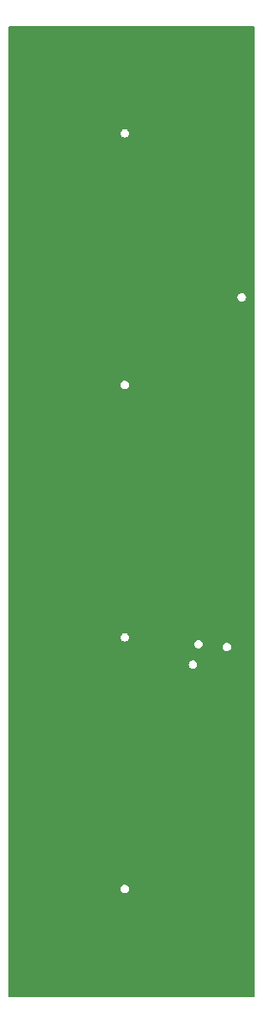
<source format=gbr>
%TF.GenerationSoftware,KiCad,Pcbnew,(6.0.4)*%
%TF.CreationDate,2023-05-27T01:07:02+09:00*%
%TF.ProjectId,Antenna,416e7465-6e6e-4612-9e6b-696361645f70,rev?*%
%TF.SameCoordinates,Original*%
%TF.FileFunction,Copper,L2,Inr*%
%TF.FilePolarity,Positive*%
%FSLAX46Y46*%
G04 Gerber Fmt 4.6, Leading zero omitted, Abs format (unit mm)*
G04 Created by KiCad (PCBNEW (6.0.4)) date 2023-05-27 01:07:02*
%MOMM*%
%LPD*%
G01*
G04 APERTURE LIST*
%TA.AperFunction,ComponentPad*%
%ADD10C,2.600000*%
%TD*%
%TA.AperFunction,ViaPad*%
%ADD11C,0.450000*%
%TD*%
G04 APERTURE END LIST*
D10*
%TO.N,GND*%
%TO.C,H2*%
X134075000Y-65786000D03*
%TD*%
%TO.N,GND*%
%TO.C,H1*%
X134075000Y-116128800D03*
%TD*%
D11*
%TO.N,GND*%
X132613400Y-90652600D03*
X129600000Y-100200000D03*
X133680200Y-94488001D03*
X131851400Y-78003400D03*
X133476999Y-97053400D03*
X130911600Y-109423200D03*
X130911600Y-108610399D03*
X132918200Y-100939599D03*
X130657600Y-100025201D03*
X130911600Y-107797600D03*
X134620000Y-98831400D03*
X130403601Y-104521000D03*
X132257800Y-112649000D03*
X130657600Y-96774001D03*
X130352800Y-93294200D03*
X133248400Y-110439199D03*
X133248400Y-111251999D03*
X132918200Y-101752400D03*
X130708400Y-91059000D03*
X129600000Y-102650000D03*
X133248400Y-107188000D03*
X131597400Y-95300800D03*
X129589347Y-92885112D03*
X132029200Y-104521000D03*
X134188200Y-102997000D03*
X130657600Y-99212400D03*
X133477000Y-97866200D03*
X130657600Y-95961200D03*
X132064064Y-92313064D03*
X133248400Y-112064800D03*
X130657600Y-98399602D03*
X129600000Y-98025000D03*
X131850000Y-72925000D03*
X134035800Y-95300800D03*
X132918200Y-100126800D03*
X131851400Y-76978400D03*
X133248400Y-109626398D03*
X134289801Y-97866200D03*
X133654800Y-104521000D03*
X132689600Y-98526601D03*
X134950200Y-84226400D03*
X132842000Y-104521000D03*
X130835400Y-94005400D03*
X132562600Y-92964001D03*
X132410200Y-95300800D03*
X130911600Y-110235998D03*
X129600000Y-104300000D03*
X130657600Y-97586801D03*
X134289800Y-97053400D03*
X133248400Y-108000799D03*
X130911600Y-111048799D03*
X130657600Y-100838000D03*
X135102598Y-97053400D03*
X132918200Y-102565198D03*
X129600000Y-95325000D03*
X133222999Y-95300800D03*
X132664200Y-96901000D03*
X129590800Y-91059000D03*
X133248400Y-108813600D03*
X132003800Y-82727800D03*
X132562600Y-93776800D03*
X130835400Y-94843600D03*
X132689600Y-99339400D03*
X131850000Y-71900000D03*
X135102600Y-97866200D03*
X130911600Y-111861599D03*
X131216401Y-104521000D03*
X132689600Y-103378000D03*
X132689600Y-97713800D03*
X131489327Y-91738327D03*
X131445002Y-112649000D03*
%TD*%
%TA.AperFunction,Conductor*%
%TO.N,GND*%
G36*
X136268300Y-118033800D02*
G01*
X133019800Y-118033800D01*
X129362200Y-112776000D01*
X129362200Y-107416600D01*
X129770209Y-107416600D01*
X129791244Y-107549413D01*
X129852292Y-107669225D01*
X129947375Y-107764308D01*
X130067187Y-107825356D01*
X130200000Y-107846391D01*
X130332813Y-107825356D01*
X130452625Y-107764308D01*
X130547708Y-107669225D01*
X130608756Y-107549413D01*
X130629791Y-107416600D01*
X130608756Y-107283787D01*
X130547708Y-107163975D01*
X130452625Y-107068892D01*
X130332813Y-107007844D01*
X130200000Y-106986809D01*
X130067187Y-107007844D01*
X129947375Y-107068892D01*
X129852292Y-107163975D01*
X129791244Y-107283787D01*
X129770209Y-107416600D01*
X129362200Y-107416600D01*
X129362200Y-105333800D01*
X130329409Y-105333800D01*
X130350444Y-105466613D01*
X130411492Y-105586425D01*
X130506575Y-105681508D01*
X130626387Y-105742556D01*
X130759200Y-105763591D01*
X130892013Y-105742556D01*
X131011825Y-105681508D01*
X131054733Y-105638600D01*
X133199609Y-105638600D01*
X133220644Y-105771413D01*
X133281692Y-105891225D01*
X133376775Y-105986308D01*
X133496587Y-106047356D01*
X133629400Y-106068391D01*
X133762213Y-106047356D01*
X133882025Y-105986308D01*
X133977108Y-105891225D01*
X134038156Y-105771413D01*
X134059191Y-105638600D01*
X134038156Y-105505787D01*
X133977108Y-105385975D01*
X133882025Y-105290892D01*
X133762213Y-105229844D01*
X133629400Y-105208809D01*
X133496587Y-105229844D01*
X133376775Y-105290892D01*
X133281692Y-105385975D01*
X133220644Y-105505787D01*
X133199609Y-105638600D01*
X131054733Y-105638600D01*
X131106908Y-105586425D01*
X131167956Y-105466613D01*
X131188991Y-105333800D01*
X131167956Y-105200987D01*
X131106908Y-105081175D01*
X131011825Y-104986092D01*
X130892013Y-104925044D01*
X130759200Y-104904009D01*
X130626387Y-104925044D01*
X130506575Y-104986092D01*
X130411492Y-105081175D01*
X130350444Y-105200987D01*
X130329409Y-105333800D01*
X129362200Y-105333800D01*
X129362200Y-90576400D01*
X129946400Y-83718400D01*
X129946400Y-71907462D01*
X130472101Y-70383400D01*
X134698209Y-70383400D01*
X134719244Y-70516213D01*
X134780292Y-70636025D01*
X134875375Y-70731108D01*
X134995187Y-70792156D01*
X135128000Y-70813191D01*
X135260813Y-70792156D01*
X135380625Y-70731108D01*
X135475708Y-70636025D01*
X135536756Y-70516213D01*
X135557791Y-70383400D01*
X135536756Y-70250587D01*
X135475708Y-70130775D01*
X135380625Y-70035692D01*
X135260813Y-69974644D01*
X135128000Y-69953609D01*
X134995187Y-69974644D01*
X134875375Y-70035692D01*
X134780292Y-70130775D01*
X134719244Y-70250587D01*
X134698209Y-70383400D01*
X130472101Y-70383400D01*
X132715000Y-63881000D01*
X136268300Y-63881000D01*
X136268300Y-118033800D01*
G37*
%TD.AperFunction*%
%TD*%
%TA.AperFunction,Conductor*%
%TO.N,GND*%
G36*
X136389921Y-43074002D02*
G01*
X136436414Y-43127658D01*
X136447800Y-43180000D01*
X136447800Y-140817600D01*
X136427798Y-140885721D01*
X136374142Y-140932214D01*
X136321800Y-140943600D01*
X111683800Y-140943600D01*
X111615679Y-140923598D01*
X111569186Y-140869942D01*
X111557800Y-140817600D01*
X111557800Y-130000000D01*
X122870209Y-130000000D01*
X122891244Y-130132813D01*
X122952292Y-130252625D01*
X123047375Y-130347708D01*
X123056207Y-130352208D01*
X123056208Y-130352209D01*
X123107281Y-130378232D01*
X123167187Y-130408756D01*
X123300000Y-130429791D01*
X123432813Y-130408756D01*
X123492719Y-130378232D01*
X123543792Y-130352209D01*
X123543793Y-130352208D01*
X123552625Y-130347708D01*
X123647708Y-130252625D01*
X123708756Y-130132813D01*
X123729791Y-130000000D01*
X123708756Y-129867187D01*
X123647708Y-129747375D01*
X123552625Y-129652292D01*
X123543793Y-129647792D01*
X123543792Y-129647791D01*
X123492719Y-129621768D01*
X123432813Y-129591244D01*
X123300000Y-129570209D01*
X123167187Y-129591244D01*
X123107281Y-129621768D01*
X123056208Y-129647791D01*
X123056207Y-129647792D01*
X123047375Y-129652292D01*
X122952292Y-129747375D01*
X122891244Y-129867187D01*
X122870209Y-130000000D01*
X111557800Y-130000000D01*
X111557800Y-107416600D01*
X129770209Y-107416600D01*
X129791244Y-107549413D01*
X129852292Y-107669225D01*
X129947375Y-107764308D01*
X129956207Y-107768808D01*
X129956208Y-107768809D01*
X130007281Y-107794832D01*
X130067187Y-107825356D01*
X130200000Y-107846391D01*
X130332813Y-107825356D01*
X130392719Y-107794832D01*
X130443792Y-107768809D01*
X130443793Y-107768808D01*
X130452625Y-107764308D01*
X130547708Y-107669225D01*
X130608756Y-107549413D01*
X130629791Y-107416600D01*
X130608756Y-107283787D01*
X130547708Y-107163975D01*
X130452625Y-107068892D01*
X130443793Y-107064392D01*
X130443792Y-107064391D01*
X130392719Y-107038368D01*
X130332813Y-107007844D01*
X130200000Y-106986809D01*
X130067187Y-107007844D01*
X130007281Y-107038368D01*
X129956208Y-107064391D01*
X129956207Y-107064392D01*
X129947375Y-107068892D01*
X129852292Y-107163975D01*
X129791244Y-107283787D01*
X129770209Y-107416600D01*
X111557800Y-107416600D01*
X111557800Y-105333800D01*
X130329409Y-105333800D01*
X130350444Y-105466613D01*
X130411492Y-105586425D01*
X130506575Y-105681508D01*
X130515407Y-105686008D01*
X130515408Y-105686009D01*
X130566481Y-105712032D01*
X130626387Y-105742556D01*
X130759200Y-105763591D01*
X130892013Y-105742556D01*
X130951919Y-105712032D01*
X131002992Y-105686009D01*
X131002993Y-105686008D01*
X131011825Y-105681508D01*
X131054733Y-105638600D01*
X133199609Y-105638600D01*
X133220644Y-105771413D01*
X133281692Y-105891225D01*
X133376775Y-105986308D01*
X133385607Y-105990808D01*
X133385608Y-105990809D01*
X133436681Y-106016832D01*
X133496587Y-106047356D01*
X133629400Y-106068391D01*
X133762213Y-106047356D01*
X133822119Y-106016832D01*
X133873192Y-105990809D01*
X133873193Y-105990808D01*
X133882025Y-105986308D01*
X133977108Y-105891225D01*
X134038156Y-105771413D01*
X134059191Y-105638600D01*
X134038156Y-105505787D01*
X133977108Y-105385975D01*
X133882025Y-105290892D01*
X133873193Y-105286392D01*
X133873192Y-105286391D01*
X133822119Y-105260368D01*
X133762213Y-105229844D01*
X133629400Y-105208809D01*
X133496587Y-105229844D01*
X133436681Y-105260368D01*
X133385608Y-105286391D01*
X133385607Y-105286392D01*
X133376775Y-105290892D01*
X133281692Y-105385975D01*
X133220644Y-105505787D01*
X133199609Y-105638600D01*
X131054733Y-105638600D01*
X131106908Y-105586425D01*
X131167956Y-105466613D01*
X131188991Y-105333800D01*
X131167956Y-105200987D01*
X131106908Y-105081175D01*
X131011825Y-104986092D01*
X131002993Y-104981592D01*
X131002992Y-104981591D01*
X130951919Y-104955568D01*
X130892013Y-104925044D01*
X130759200Y-104904009D01*
X130626387Y-104925044D01*
X130566481Y-104955568D01*
X130515408Y-104981591D01*
X130515407Y-104981592D01*
X130506575Y-104986092D01*
X130411492Y-105081175D01*
X130350444Y-105200987D01*
X130329409Y-105333800D01*
X111557800Y-105333800D01*
X111557800Y-104650000D01*
X122870209Y-104650000D01*
X122891244Y-104782813D01*
X122952292Y-104902625D01*
X123047375Y-104997708D01*
X123056207Y-105002208D01*
X123056208Y-105002209D01*
X123107281Y-105028232D01*
X123167187Y-105058756D01*
X123300000Y-105079791D01*
X123432813Y-105058756D01*
X123492719Y-105028232D01*
X123543792Y-105002209D01*
X123543793Y-105002208D01*
X123552625Y-104997708D01*
X123647708Y-104902625D01*
X123708756Y-104782813D01*
X123729791Y-104650000D01*
X123708756Y-104517187D01*
X123647708Y-104397375D01*
X123552625Y-104302292D01*
X123543793Y-104297792D01*
X123543792Y-104297791D01*
X123492719Y-104271768D01*
X123432813Y-104241244D01*
X123300000Y-104220209D01*
X123167187Y-104241244D01*
X123107281Y-104271768D01*
X123056208Y-104297791D01*
X123056207Y-104297792D01*
X123047375Y-104302292D01*
X122952292Y-104397375D01*
X122891244Y-104517187D01*
X122870209Y-104650000D01*
X111557800Y-104650000D01*
X111557800Y-79200000D01*
X122870209Y-79200000D01*
X122891244Y-79332813D01*
X122952292Y-79452625D01*
X123047375Y-79547708D01*
X123056207Y-79552208D01*
X123056208Y-79552209D01*
X123107281Y-79578232D01*
X123167187Y-79608756D01*
X123300000Y-79629791D01*
X123432813Y-79608756D01*
X123492719Y-79578232D01*
X123543792Y-79552209D01*
X123543793Y-79552208D01*
X123552625Y-79547708D01*
X123647708Y-79452625D01*
X123708756Y-79332813D01*
X123729791Y-79200000D01*
X123708756Y-79067187D01*
X123647708Y-78947375D01*
X123552625Y-78852292D01*
X123543793Y-78847792D01*
X123543792Y-78847791D01*
X123492719Y-78821768D01*
X123432813Y-78791244D01*
X123300000Y-78770209D01*
X123167187Y-78791244D01*
X123107281Y-78821768D01*
X123056208Y-78847791D01*
X123056207Y-78847792D01*
X123047375Y-78852292D01*
X122952292Y-78947375D01*
X122891244Y-79067187D01*
X122870209Y-79200000D01*
X111557800Y-79200000D01*
X111557800Y-70383400D01*
X134698209Y-70383400D01*
X134719244Y-70516213D01*
X134780292Y-70636025D01*
X134875375Y-70731108D01*
X134884207Y-70735608D01*
X134884208Y-70735609D01*
X134935281Y-70761632D01*
X134995187Y-70792156D01*
X135128000Y-70813191D01*
X135260813Y-70792156D01*
X135320719Y-70761632D01*
X135371792Y-70735609D01*
X135371793Y-70735608D01*
X135380625Y-70731108D01*
X135475708Y-70636025D01*
X135536756Y-70516213D01*
X135557791Y-70383400D01*
X135536756Y-70250587D01*
X135475708Y-70130775D01*
X135380625Y-70035692D01*
X135371793Y-70031192D01*
X135371792Y-70031191D01*
X135320719Y-70005168D01*
X135260813Y-69974644D01*
X135128000Y-69953609D01*
X134995187Y-69974644D01*
X134935281Y-70005168D01*
X134884208Y-70031191D01*
X134884207Y-70031192D01*
X134875375Y-70035692D01*
X134780292Y-70130775D01*
X134719244Y-70250587D01*
X134698209Y-70383400D01*
X111557800Y-70383400D01*
X111557800Y-53850000D01*
X122870209Y-53850000D01*
X122891244Y-53982813D01*
X122952292Y-54102625D01*
X123047375Y-54197708D01*
X123056207Y-54202208D01*
X123056208Y-54202209D01*
X123107281Y-54228232D01*
X123167187Y-54258756D01*
X123300000Y-54279791D01*
X123432813Y-54258756D01*
X123492719Y-54228232D01*
X123543792Y-54202209D01*
X123543793Y-54202208D01*
X123552625Y-54197708D01*
X123647708Y-54102625D01*
X123708756Y-53982813D01*
X123729791Y-53850000D01*
X123708756Y-53717187D01*
X123647708Y-53597375D01*
X123552625Y-53502292D01*
X123543793Y-53497792D01*
X123543792Y-53497791D01*
X123492719Y-53471768D01*
X123432813Y-53441244D01*
X123300000Y-53420209D01*
X123167187Y-53441244D01*
X123107281Y-53471768D01*
X123056208Y-53497791D01*
X123056207Y-53497792D01*
X123047375Y-53502292D01*
X122952292Y-53597375D01*
X122891244Y-53717187D01*
X122870209Y-53850000D01*
X111557800Y-53850000D01*
X111557800Y-43180000D01*
X111577802Y-43111879D01*
X111631458Y-43065386D01*
X111683800Y-43054000D01*
X136321800Y-43054000D01*
X136389921Y-43074002D01*
G37*
%TD.AperFunction*%
%TD*%
M02*

</source>
